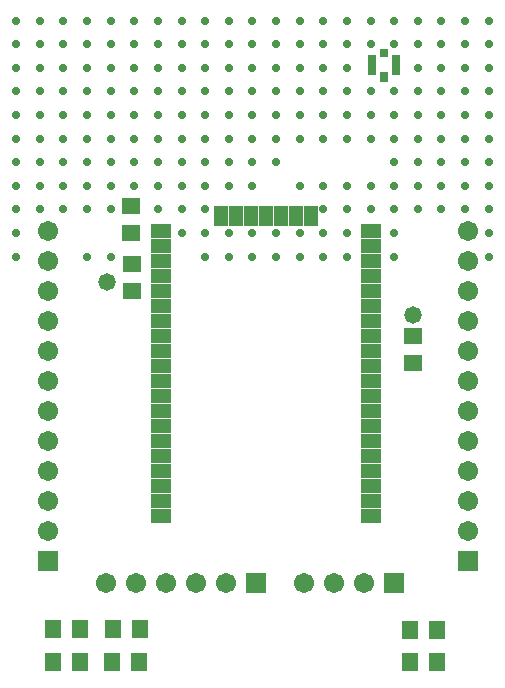
<source format=gts>
G04 Layer_Color=8388736*
%FSTAX24Y24*%
%MOIN*%
G70*
G01*
G75*
%ADD29R,0.0580X0.0630*%
%ADD30R,0.0277X0.0336*%
%ADD31R,0.0277X0.0297*%
%ADD32R,0.0316X0.0671*%
%ADD33R,0.0630X0.0580*%
%ADD34R,0.0680X0.0480*%
%ADD35R,0.0480X0.0680*%
%ADD36C,0.0671*%
%ADD37R,0.0671X0.0671*%
%ADD38R,0.0671X0.0671*%
%ADD39C,0.0277*%
%ADD40C,0.0580*%
D29*
X01945Y020344D02*
D03*
X01855D02*
D03*
X02143D02*
D03*
X02053D02*
D03*
X02144Y02144D02*
D03*
X02054D02*
D03*
X01946D02*
D03*
X01856D02*
D03*
X03134Y02143D02*
D03*
X03044D02*
D03*
X03135Y020354D02*
D03*
X03045D02*
D03*
D30*
X02959Y039866D02*
D03*
D31*
Y040654D02*
D03*
D32*
X029984Y04025D02*
D03*
X029196D02*
D03*
D33*
X02115Y03556D02*
D03*
Y03466D02*
D03*
X02117Y0327D02*
D03*
Y0336D02*
D03*
X03054Y03032D02*
D03*
Y03122D02*
D03*
D34*
X02215Y0252D02*
D03*
Y0257D02*
D03*
Y0262D02*
D03*
Y0267D02*
D03*
Y0272D02*
D03*
Y0277D02*
D03*
Y0282D02*
D03*
Y0287D02*
D03*
Y0292D02*
D03*
Y0297D02*
D03*
Y0302D02*
D03*
Y0307D02*
D03*
Y0312D02*
D03*
Y0317D02*
D03*
Y0322D02*
D03*
Y0327D02*
D03*
Y0332D02*
D03*
Y0337D02*
D03*
Y0342D02*
D03*
Y0347D02*
D03*
X02915D02*
D03*
Y0342D02*
D03*
Y0337D02*
D03*
Y0332D02*
D03*
Y0327D02*
D03*
Y0322D02*
D03*
Y0317D02*
D03*
Y0312D02*
D03*
Y0307D02*
D03*
Y0302D02*
D03*
Y0297D02*
D03*
Y0292D02*
D03*
Y0287D02*
D03*
Y0282D02*
D03*
Y0277D02*
D03*
Y0272D02*
D03*
Y0267D02*
D03*
Y0262D02*
D03*
Y0257D02*
D03*
Y0252D02*
D03*
D35*
X02415Y0352D02*
D03*
X02465D02*
D03*
X02515D02*
D03*
X02565D02*
D03*
X02615D02*
D03*
X02665D02*
D03*
X02715D02*
D03*
D36*
X02031Y02297D02*
D03*
X02131D02*
D03*
X02231D02*
D03*
X02331D02*
D03*
X02431D02*
D03*
X03238Y024706D02*
D03*
Y025706D02*
D03*
Y026706D02*
D03*
Y027706D02*
D03*
Y028706D02*
D03*
Y029706D02*
D03*
Y030706D02*
D03*
Y031706D02*
D03*
Y032706D02*
D03*
Y033706D02*
D03*
Y034706D02*
D03*
X01838Y024706D02*
D03*
Y025706D02*
D03*
Y026706D02*
D03*
Y027706D02*
D03*
Y028706D02*
D03*
Y029706D02*
D03*
Y030706D02*
D03*
Y031706D02*
D03*
Y032706D02*
D03*
Y033706D02*
D03*
Y034706D02*
D03*
X02892Y02297D02*
D03*
X02792D02*
D03*
X02692D02*
D03*
D37*
X02531D02*
D03*
X02992D02*
D03*
D38*
X03238Y023706D02*
D03*
X01838D02*
D03*
D39*
X033071Y041732D02*
D03*
Y040945D02*
D03*
Y040157D02*
D03*
Y03937D02*
D03*
Y038583D02*
D03*
Y037795D02*
D03*
Y037008D02*
D03*
Y03622D02*
D03*
Y035433D02*
D03*
Y034646D02*
D03*
Y033858D02*
D03*
X032283Y041732D02*
D03*
Y040945D02*
D03*
Y040157D02*
D03*
Y03937D02*
D03*
Y038583D02*
D03*
Y037795D02*
D03*
Y037008D02*
D03*
Y03622D02*
D03*
Y035433D02*
D03*
X031496Y041732D02*
D03*
Y040945D02*
D03*
Y040157D02*
D03*
Y03937D02*
D03*
Y038583D02*
D03*
Y037795D02*
D03*
Y037008D02*
D03*
Y03622D02*
D03*
Y035433D02*
D03*
X030709Y041732D02*
D03*
Y040945D02*
D03*
Y040157D02*
D03*
Y03937D02*
D03*
Y038583D02*
D03*
Y037795D02*
D03*
Y037008D02*
D03*
Y03622D02*
D03*
Y035433D02*
D03*
X029921Y041732D02*
D03*
Y040945D02*
D03*
Y03937D02*
D03*
Y038583D02*
D03*
Y037795D02*
D03*
Y037008D02*
D03*
Y03622D02*
D03*
Y035433D02*
D03*
Y034646D02*
D03*
Y033858D02*
D03*
X029134Y041732D02*
D03*
Y040945D02*
D03*
Y03937D02*
D03*
Y038583D02*
D03*
Y037795D02*
D03*
Y03622D02*
D03*
Y035433D02*
D03*
X028346Y041732D02*
D03*
Y040945D02*
D03*
Y040157D02*
D03*
Y03937D02*
D03*
Y038583D02*
D03*
Y037795D02*
D03*
Y03622D02*
D03*
Y035433D02*
D03*
Y034646D02*
D03*
Y033858D02*
D03*
X027559Y041732D02*
D03*
Y040945D02*
D03*
Y040157D02*
D03*
Y03937D02*
D03*
Y038583D02*
D03*
Y037795D02*
D03*
Y03622D02*
D03*
Y035433D02*
D03*
Y034646D02*
D03*
Y033858D02*
D03*
X026772Y041732D02*
D03*
Y040945D02*
D03*
Y040157D02*
D03*
Y03937D02*
D03*
Y038583D02*
D03*
Y037795D02*
D03*
Y03622D02*
D03*
Y034646D02*
D03*
Y033858D02*
D03*
X025984Y041732D02*
D03*
Y040945D02*
D03*
Y040157D02*
D03*
Y03937D02*
D03*
Y038583D02*
D03*
Y037795D02*
D03*
Y037008D02*
D03*
Y034646D02*
D03*
Y033858D02*
D03*
X025197Y041732D02*
D03*
Y040945D02*
D03*
Y040157D02*
D03*
Y03937D02*
D03*
Y038583D02*
D03*
Y037795D02*
D03*
Y037008D02*
D03*
Y03622D02*
D03*
Y034646D02*
D03*
Y033858D02*
D03*
X024409Y041732D02*
D03*
Y040945D02*
D03*
Y040157D02*
D03*
Y03937D02*
D03*
Y038583D02*
D03*
Y037795D02*
D03*
Y037008D02*
D03*
Y03622D02*
D03*
Y034646D02*
D03*
Y033858D02*
D03*
X023622Y041732D02*
D03*
Y040945D02*
D03*
Y040157D02*
D03*
Y03937D02*
D03*
Y038583D02*
D03*
Y037795D02*
D03*
Y037008D02*
D03*
Y03622D02*
D03*
Y035433D02*
D03*
Y034646D02*
D03*
Y033858D02*
D03*
X022835Y041732D02*
D03*
Y040945D02*
D03*
Y040157D02*
D03*
Y03937D02*
D03*
Y038583D02*
D03*
Y037795D02*
D03*
Y037008D02*
D03*
Y03622D02*
D03*
Y035433D02*
D03*
Y034646D02*
D03*
X022047Y041732D02*
D03*
Y040945D02*
D03*
Y040157D02*
D03*
Y03937D02*
D03*
Y038583D02*
D03*
Y037795D02*
D03*
Y037008D02*
D03*
Y03622D02*
D03*
Y035433D02*
D03*
X02126Y041732D02*
D03*
Y040945D02*
D03*
Y040157D02*
D03*
Y03937D02*
D03*
Y038583D02*
D03*
Y037795D02*
D03*
Y037008D02*
D03*
Y03622D02*
D03*
X020472Y041732D02*
D03*
Y040945D02*
D03*
Y040157D02*
D03*
Y03937D02*
D03*
Y038583D02*
D03*
Y037795D02*
D03*
Y037008D02*
D03*
Y03622D02*
D03*
Y035433D02*
D03*
Y033858D02*
D03*
X019685Y041732D02*
D03*
Y040945D02*
D03*
Y040157D02*
D03*
Y03937D02*
D03*
Y038583D02*
D03*
Y037795D02*
D03*
Y037008D02*
D03*
Y03622D02*
D03*
Y035433D02*
D03*
Y033858D02*
D03*
X018898Y041732D02*
D03*
Y040945D02*
D03*
Y040157D02*
D03*
Y03937D02*
D03*
Y038583D02*
D03*
Y037795D02*
D03*
Y037008D02*
D03*
Y03622D02*
D03*
Y035433D02*
D03*
X01811Y041732D02*
D03*
Y040945D02*
D03*
Y040157D02*
D03*
Y03937D02*
D03*
Y038583D02*
D03*
Y037795D02*
D03*
Y037008D02*
D03*
Y03622D02*
D03*
Y035433D02*
D03*
X017323Y041732D02*
D03*
Y040945D02*
D03*
Y040157D02*
D03*
Y03937D02*
D03*
Y038583D02*
D03*
Y037795D02*
D03*
Y037008D02*
D03*
Y03622D02*
D03*
Y035433D02*
D03*
Y034646D02*
D03*
Y033858D02*
D03*
D40*
X03055Y03191D02*
D03*
X02036Y03301D02*
D03*
M02*

</source>
